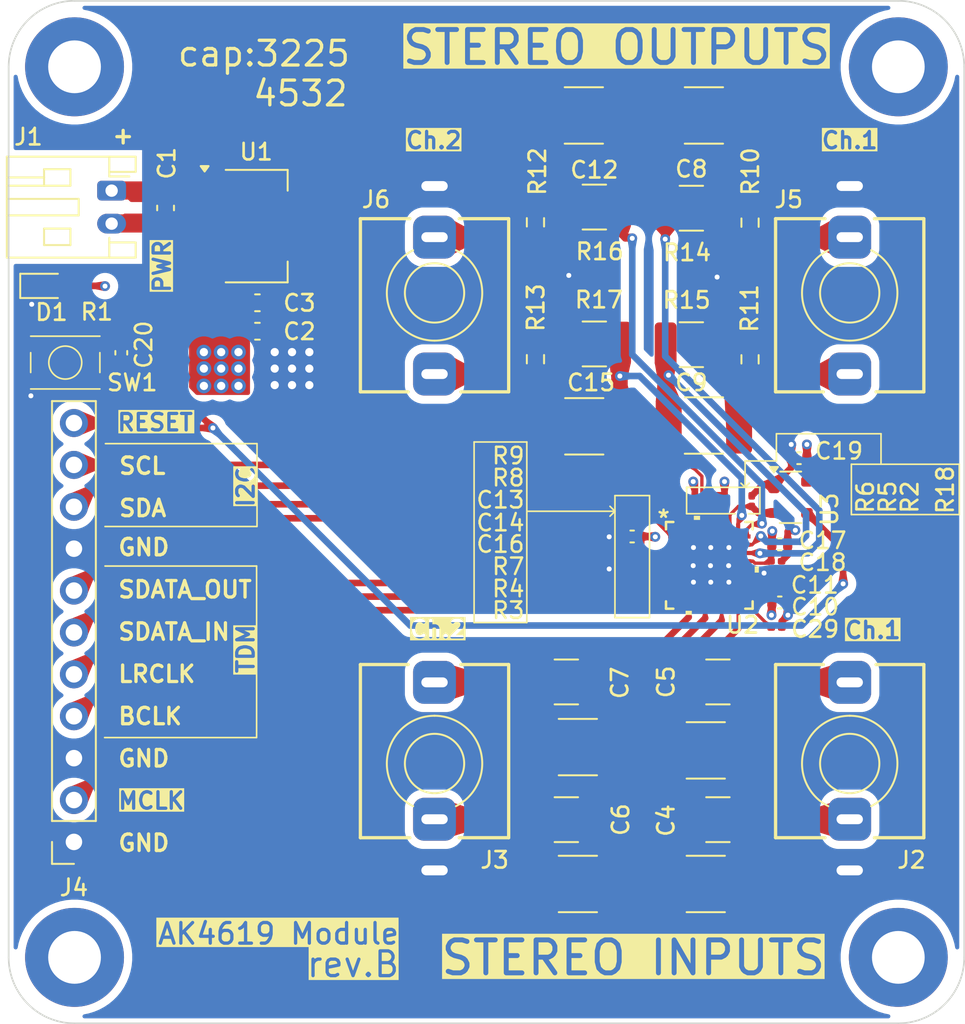
<source format=kicad_pcb>
(kicad_pcb (version 20241229) (generator "pcbnew") (generator_version "9.0")
  (layers (0 "F.Cu" signal) (4 "In1.Cu" signal) (6 "In2.Cu" signal) (2 "B.Cu" signal) (13 "F.Paste" user) (15 "B.Paste" user) (5 "F.SilkS" user "F.Silkscreen") (7 "B.SilkS" user "B.Silkscreen") (1 "F.Mask" user) (3 "B.Mask" user) (25 "Edge.Cuts" user))
  (net 0 "")
  (net 1 "/AIN3L")
  (net 2 "/AIN3S")
  (net 3 "/AIN3T")
  (net 4 "+3V3")
  (net 5 "GND")
  (net 6 "/AIN3R")
  (net 7 "/AIN6L")
  (net 8 "+5V")
  (net 9 "/I2C2_SCL")
  (net 10 "/I2C2_SDA")
  (net 11 "/LRCLK_OUT1")
  (net 12 "/MCLK")
  (net 13 "/SDATA_OUT1")
  (net 14 "/SDATA_IN1")
  (net 15 "/BCLK_OUT1")
  (net 16 "Net-(J6-PadT)")
  (net 17 "Net-(J6-PadS)")
  (net 18 "/PDN")
  (net 19 "Net-(D1-A)")
  (net 20 "/AIN6S")
  (net 21 "/AIN6R")
  (net 22 "/AIN6T")
  (net 23 "/AOUT1S")
  (net 24 "/AOUT1L")
  (net 25 "/AOUT1R")
  (net 26 "/AOUT1T")
  (net 27 "/AOUT2L")
  (net 28 "/AOUT2S")
  (net 29 "/AOUT2R")
  (net 30 "/AOUT2T")
  (net 31 "Net-(U2-AVDRV)")
  (net 32 "Net-(J5-PadT)")
  (net 33 "Net-(J5-PadS)")
  (net 34 "Net-(U2-CAD{slash}CSN)")
  (net 35 "Net-(U2-MCLK)")
  (net 36 "Net-(U2-BICK)")
  (net 37 "Net-(U2-LRCK)")
  (net 38 "Net-(U2-SDIN1)")
  (net 39 "Net-(U2-SDOUT1)")
  (net 47 "/RESET")
  (net 48 "Net-(U2-VCOM)")
  (footprint "Resistor_SMD:R_0201_0603Metric" (layer "F.Cu") (at 162.805 98.3)
    (property "Reference" "R7")
    (property "Value" "33R" (hide yes))
  )
  (footprint "Capacitor_SMD:C_0201_0603Metric" (layer "F.Cu") (at 162.805 97.48 180)
    (property "Reference" "C16")
    (property "Value" "2.2uF" (hide yes))
  )
  (footprint "Capacitor_SMD:C_0402_1005Metric" (layer "F.Cu") (at 162.595 95.48 180)
    (property "Reference" "C13")
    (property "Value" "10uF" (hide yes))
  )
  (footprint "Resistor_SMD:R_0201_0603Metric_Pad0.64x0.40mm_HandSolder" (layer "F.Cu") (at 158.75 81.0725 -90)
    (property "Reference" "R17")
    (property "Value" "10k" (hide yes))
  )
  (footprint "Capacitor_SMD:C_0402_1005Metric" (layer "F.Cu") (at 131.5875 84.34 -90)
    (property "Reference" "C20")
    (property "Value" "100nF" (hide yes))
  )
  (footprint "Capacitor_SMD:C_0402_1005Metric" (layer "F.Cu") (at 172.7232 90.73 180)
    (property "Reference" "C19")
    (property "Value" "100nF" (hide yes))
  )
  (footprint "Capacitor_SMD:C_1210_3225Metric_Pad1.33x2.70mm_HandSolder" (layer "F.Cu") (at 160.3 83.805 180)
    (property "Reference" "C15")
    (property "Value" "1uF" (hide yes))
  )
  (footprint "Capacitor_SMD:C_1812_4532Metric_Pad1.57x3.40mm_HandSolder" (layer "F.Cu") (at 159.3 108.25 180)
    (property "Reference" "C24" (hide yes))
    (property "Value" "open" (hide yes))
  )
  (footprint "Capacitor_SMD:C_1210_3225Metric_Pad1.33x2.70mm_HandSolder" (layer "F.Cu") (at 158.6 104.3 180)
    (property "Reference" "C7")
    (property "Value" "1uF" (hide yes))
  )
  (footprint "Capacitor_SMD:C_1210_3225Metric_Pad1.33x2.70mm_HandSolder" (layer "F.Cu") (at 167.8 112.65)
    (property "Reference" "C4")
    (property "Value" "1uF" (hide yes))
  )
  (footprint "Capacitor_SMD:C_0201_0603Metric" (layer "F.Cu") (at 171.345 96.98)
    (property "Reference" "C18")
    (property "Value" "100nF" (hide yes))
  )
  (footprint "Resistor_SMD:R_0201_0603Metric" (layer "F.Cu") (at 129.55 80.285 180)
    (property "Reference" "R1")
    (property "Value" "1k" (hide yes))
  )
  (footprint "Capacitor_SMD:C_0402_1005Metric" (layer "F.Cu") (at 171.555 95.955)
    (property "Reference" "C17")
    (property "Value" "10uF" (hide yes))
  )
  (footprint "Resistor_SMD:R_0603_1608Metric_Pad0.98x0.95mm_HandSolder" (layer "F.Cu") (at 169.75 84.7375 -90)
    (property "Reference" "R11")
    (property "Value" "220R" (hide yes))
  )
  (footprint "Resistor_SMD:R_0201_0603Metric" (layer "F.Cu") (at 162.805 99.125)
    (property "Reference" "R4")
    (property "Value" "33R" (hide yes))
  )
  (footprint "Resistor_SMD:R_0201_0603Metric_Pad0.64x0.40mm_HandSolder" (layer "F.Cu") (at 158.75 78.23 90)
    (property "Reference" "R16")
    (property "Value" "10k" (hide yes))
  )
  (footprint "Capacitor_SMD:C_1210_3225Metric_Pad1.33x2.70mm_HandSolder" (layer "F.Cu") (at 158.6 112.65 180)
    (property "Reference" "C6")
    (property "Value" "1uF" (hide yes))
  )
  (footprint "Capacitor_SMD:C_0402_1005Metric" (layer "F.Cu") (at 171.555 99.48)
    (property "Reference" "C10")
    (property "Value" "10uF" (hide yes))
  )
  (footprint "Resistor_SMD:R_0603_1608Metric_Pad0.98x0.95mm_HandSolder" (layer "F.Cu") (at 156.725 84.73 -90)
    (property "Reference" "R13")
    (property "Value" "220R" (hide yes))
  )
  (footprint "Resistor_SMD:R_0201_0603Metric" (layer "F.Cu") (at 168.2 93.3 90)
    (property "Reference" "R2")
    (property "Value" "10k" (hide yes))
  )
  (footprint "Resistor_SMD:R_0603_1608Metric_Pad0.98x0.95mm_HandSolder" (layer "F.Cu") (at 169.75 76.45 -90)
    (property "Reference" "R10")
    (property "Value" "220R" (hide yes))
  )
  (footprint "Capacitor_SMD:C_0201_0603Metric" (layer "F.Cu") (at 162.805 96.455 180)
    (property "Reference" "C14")
    (property "Value" "100nF" (hide yes))
  )
  (footprint "Capacitor_SMD:C_1812_4532Metric_Pad1.57x3.40mm_HandSolder" (layer "F.Cu") (at 167.0625 108.45)
    (property "Reference" "C22" (hide yes))
    (property "Value" "open" (hide yes))
  )
  (footprint "Capacitor_SMD:C_1210_3225Metric_Pad1.33x2.70mm_HandSolder" (layer "F.Cu") (at 166.1875 75.575)
    (property "Reference" "C8")
    (property "Value" "1uF" (hide yes))
  )
  (footprint "Package_TO_SOT_SMD:SOT-143" (layer "F.Cu") (at 172.2032 93.105)
    (property "Reference" "U3")
    (property "Value" "ADM811TARTZ" (hide yes))
  )
  (footprint "Connector_JST:JST_PH_S2B-PH-K_1x02_P2.00mm_Horizontal" (layer "F.Cu") (at 131 74.51 -90)
    (property "Reference" "J1")
    (property "Value" "Conn_01x02" (hide yes))
  )
  (footprint "Capacitor_SMD:C_1812_4532Metric_Pad1.57x3.40mm_HandSolder" (layer "F.Cu") (at 166.95 69.95)
    (property "Reference" "C25" (hide yes))
    (property "Value" "open" (hide yes))
  )
  (footprint "Capacitor_SMD:C_1812_4532Metric_Pad1.57x3.40mm_HandSolder" (layer "F.Cu") (at 167.0625 116.55)
    (property "Reference" "C21" (hide yes))
    (property "Value" "open" (hide yes))
  )
  (footprint "My_Parts:Jack_3.5mm_QingPu_WQP-PJ366ST_Vertical" (layer "F.Cu") (at 175.8 109.245)
    (property "Reference" "J2")
    (property "Value" "AudioJack2_Ground" (hide yes))
  )
  (footprint "Resistor_SMD:R_0201_0603Metric" (layer "F.Cu") (at 162.805 93.525)
    (property "Reference" "R9")
    (property "Value" "33R" (hide yes))
  )
  (footprint "Package_TO_SOT_SMD:SOT-223-3_TabPin2" (layer "F.Cu") (at 139.775 76.66)
    (property "Reference" "U1")
    (property "Value" "AP7361EA-33E-13" (hide yes))
  )
  (footprint "Capacitor_SMD:C_1812_4532Metric_Pad1.57x3.40mm_HandSolder" (layer "F.Cu") (at 166.95 88.75)
    (property "Reference" "C26" (hide yes))
    (property "Value" "open" (hide yes))
  )
  (footprint "Capacitor_SMD:C_1812_4532Metric_Pad1.57x3.40mm_HandSolder" (layer "F.Cu") (at 159.6625 69.95 180)
    (property "Reference" "C27" (hide yes))
    (property "Value" "open" (hide yes))
  )
  (footprint "Resistor_SMD:R_0201_0603Metric" (layer "F.Cu") (at 169.8532 93.335 -90)
    (property "Reference" "R18")
    (property "Value" "100k" (hide yes))
  )
  (footprint "My_Parts:Jack_3.5mm_QingPu_WQP-PJ366ST_Vertical" (layer "F.Cu") (at 150.6 109.245)
    (property "Reference" "J3")
    (property "Value" "AudioJack2_Ground" (hide yes))
  )
  (footprint "My_Parts:AK4619VN_AKM" (layer "F.Cu") (at 167.2782 97.23)
    (property "Reference" "U2")
    (property "Value" "AK4619VN" (hide yes))
  )
  (footprint "Capacitor_SMD:C_1812_4532Metric_Pad1.57x3.40mm_HandSolder" (layer "F.Cu") (at 159.3 116.55 180)
    (property "Reference" "C23" (hide yes))
    (property "Value" "open" (hide yes))
  )
  (footprint "Capacitor_SMD:C_1210_3225Metric_Pad1.33x2.70mm_HandSolder" (layer "F.Cu") (at 160.3 75.505 180)
    (property "Reference" "C12")
    (property "Value" "1uF" (hide yes))
  )
  (footprint "Resistor_SMD:R_0603_1608Metric_Pad0.98x0.95mm_HandSolder" (layer "F.Cu") (at 156.725 76.43 -90)
    (property "Reference" "R12")
    (property "Value" "220R" (hide yes))
  )
  (footprint "Resistor_SMD:R_0201_0603Metric" (layer "F.Cu") (at 166.4 93.3 90)
    (property "Reference" "R6")
    (property "Value" "10k" (hide yes))
  )
  (footprint "Capacitor_SMD:C_0603_1608Metric" (layer "F.Cu") (at 139.85 81.31)
    (property "Reference" "C3")
    (property "Value" "4.7uF" (hide yes))
  )
  (footprint "Resistor_SMD:R_0201_0603Metric" (layer "F.Cu") (at 162.805 94.375)
    (property "Reference" "R8")
    (property "Value" "33R" (hide yes))
  )
  (footprint "Resistor_SMD:R_0201_0603Metric" (layer "F.Cu") (at 167.3 93.3 90)
    (property "Reference" "R5")
    (property "Value" "10k" (hide yes))
  )
  (footprint "My_Parts:SKRPABE010" (layer "F.Cu") (at 128.1875 84.935)
    (property "Reference" "SW1")
    (property "Value" "SKRPABE010" (hide yes))
  )
  (footprint "Resistor_SMD:R_0201_0603Metric_Pad0.64x0.40mm_HandSolder" (layer "F.Cu") (at 167.75 81.15 -90)
    (property "Reference" "R15")
    (property "Value" "10k" (hide yes))
  )
  (footprint "Connector_PinSocket_2.54mm:PinSocket_1x11_P2.54mm_Vertical" (layer "F.Cu") (at 128.7125 114 180)
    (property "Reference" "J4")
    (property "Value" "Conn_01x11" (hide yes))
  )
  (footprint "Resistor_SMD:R_0201_0603Metric_Pad0.64x0.40mm_HandSolder" (layer "F.Cu") (at 167.75 78.275 90)
    (property "Reference" "R14")
    (property "Value" "10k" (hide yes))
  )
  (footprint "Capacitor_SMD:C_0201_0603Metric" (layer "F.Cu") (at 171.345 98.48)
    (property "Reference" "C11")
    (property "Value" "100nF" (hide yes))
  )
  (footprint "LED_SMD:LED_0603_1608Metric" (layer "F.Cu") (at 126.9375 80.285)
    (property "Reference" "D1")
    (property "Value" "LED" (hide yes))
  )
  (footprint "Capacitor_SMD:C_0603_1608Metric" (layer "F.Cu") (at 139.85 83.035)
    (property "Reference" "C2")
    (property "Value" "4.7uF" (hide yes))
  )
  (footprint "Capacitor_SMD:C_0201_0603Metric" (layer "F.Cu") (at 171.355 101)
    (property "Reference" "C29")
    (property "Value" "2.2uF" (hide yes))
  )
  (footprint "Resistor_SMD:R_0201_0603Metric" (layer "F.Cu") (at 162.805 99.95)
    (property "Reference" "R3")
    (property "Value" "33R" (hide yes))
  )
  (footprint "Capacitor_SMD:C_0603_1608Metric" (layer "F.Cu") (at 134.275 75.56 -90)
    (property "Reference" "C1")
    (property "Value" "4.7uF" (hide yes))
  )
  (footprint "My_Parts:Jack_3.5mm_QingPu_WQP-PJ366ST_Vertical" (layer "F.Cu") (at 175.8 80.71 180)
    (property "Reference" "J5")
    (property "Value" "AudioJack2_Ground" (hide yes))
  )
  (footprint "Capacitor_SMD:C_1812_4532Metric_Pad1.57x3.40mm_HandSolder" (layer "F.Cu") (at 159.6875 88.8 180)
    (property "Reference" "C28" (hide yes))
    (property "Value" "open" (hide yes))
  )
  (footprint "Capacitor_SMD:C_1210_3225Metric_Pad1.33x2.70mm_HandSolder" (layer "F.Cu") (at 166.1875 83.85)
    (property "Reference" "C9")
    (property "Value" "1uF" (hide yes))
  )
  (footprint "Capacitor_SMD:C_1210_3225Metric_Pad1.33x2.70mm_HandSolder" (layer "F.Cu") (at 167.8 104.3)
    (property "Reference" "C5")
    (property "Value" "1uF" (hide yes))
  )
  (footprint "My_Parts:Jack_3.5mm_QingPu_WQP-PJ366ST_Vertical" (layer "F.Cu") (at 150.6 80.71 180)
    (property "Reference" "J6")
    (property "Value" "AudioJack2_Ground" (hide yes))
  )
  (gr_line (start 169.45 92.5) (end 169.2 92.25) (stroke (width 0.1)) (layer "F.SilkS"))
  (gr_line (start 175.9 94.15) (end 175.9 91.1) (stroke (width 0.1)) (layer "F.SilkS"))
  (gr_line (start 139.8 97.272222) (end 139.8 107.672222) (stroke (width 0.1)) (layer "F.SilkS"))
  (gr_line (start 165.9 94.1) (end 165.9 92.5) (stroke (width 0.1)) (layer "F.SilkS"))
  (gr_line (start 161.55 93) (end 163.65 93) (stroke (width 0.1)) (layer "F.SilkS"))
  (gr_line (start 170.35 92.5) (end 165.9 92.5) (stroke (width 0.1)) (layer "F.SilkS"))
  (gr_line (start 171.35 90.9) (end 171.35 89.25) (stroke (width 0.1)) (layer "F.SilkS"))
  (gr_line (start 161.95 100.4) (end 161.65 100.4) (stroke (width 0.1)) (layer "F.SilkS"))
  (gr_line (start 169.45 92.5) (end 169.7 92.25) (stroke (width 0.1)) (layer "F.SilkS"))
  (gr_line (start 170.35 94.1) (end 169.65 94.1) (stroke (width 0.1)) (layer "F.SilkS"))
  (gr_line (start 161.55 100.4) (end 161.55 93) (stroke (width 0.1)) (layer "F.SilkS"))
  (gr_line (start 161.65 100.4) (end 161.55 100.4) (stroke (width 0.1)) (layer "F.SilkS"))
  (gr_line (start 175.9 94.15) (end 182.45 94.15) (stroke (width 0.1)) (layer "F.SilkS"))
  (gr_line (start 139.775 107.672222) (end 130.575 107.672222) (stroke (width 0.1)) (layer "F.SilkS"))
  (gr_line (start 139.825 89.85) (end 139.825 94.875) (stroke (width 0.1)) (layer "F.SilkS"))
  (gr_line (start 156.20119 89.75) (end 153.00119 89.75) (stroke (width 0.1)) (layer "F.SilkS"))
  (gr_line (start 161.55 93.95) (end 161.25 94.25) (stroke (width 0.1)) (layer "F.SilkS"))
  (gr_line (start 163.65 93) (end 163.65 100.4) (stroke (width 0.1)) (layer "F.SilkS"))
  (gr_line (start 170.35 94.1) (end 170.35 92.5) (stroke (width 0.1)) (layer "F.SilkS"))
  (gr_line (start 130.625 89.85) (end 139.825 89.85) (stroke (width 0.1)) (layer "F.SilkS"))
  (gr_line (start 182.45 91.1) (end 175.9 91.1) (stroke (width 0.1)) (layer "F.SilkS"))
  (gr_line (start 139.8 94.875) (end 130.6 94.875) (stroke (width 0.1)) (layer "F.SilkS"))
  (gr_line (start 182.45 94.15) (end 182.45 91.1) (stroke (width 0.1)) (layer "F.SilkS"))
  (gr_line (start 163.65 100.4) (end 161.95 100.4) (stroke (width 0.1)) (layer "F.SilkS"))
  (gr_line (start 130.6 97.272222) (end 139.8 97.272222) (stroke (width 0.1)) (layer "F.SilkS"))
  (gr_line (start 169.45 92.5) (end 169.45 90.9) (stroke (width 0.1)) (layer "F.SilkS"))
  (gr_line (start 169.45 90.9) (end 171.35 90.9) (stroke (width 0.1)) (layer "F.SilkS"))
  (gr_line (start 161.55 93.95) (end 161.25 93.65) (stroke (width 0.1)) (layer "F.SilkS"))
  (gr_line (start 171.35 89.25) (end 177.7 89.25) (stroke (width 0.1)) (layer "F.SilkS"))
  (gr_line (start 165.9 94.1) (end 168.85 94.1) (stroke (width 0.1)) (layer "F.SilkS"))
  (gr_line (start 153.00119 89.75) (end 153.00119 100.7) (stroke (width 0.1)) (layer "F.SilkS"))
  (gr_line (start 156.20119 100.7) (end 156.20119 89.75) (stroke (width 0.1)) (layer "F.SilkS"))
  (gr_line (start 156.20119 100.7) (end 153.00119 100.7) (stroke (width 0.1)) (layer "F.SilkS"))
  (gr_line (start 161.55 93.95) (end 156.25 93.95) (stroke (width 0.1)) (layer "F.SilkS"))
  (gr_line (start 177.7 89.25) (end 177.7 91.1) (stroke (width 0.1)) (layer "F.SilkS"))
  (gr_arc (start 178.75 63) (mid 181.578427 64.171573) (end 182.75 67) (stroke (width 0.1)) (layer "Edge.Cuts"))
  (gr_arc (start 128.75 125) (mid 125.921573 123.828427) (end 124.75 121) (stroke (width 0.1)) (layer "Edge.Cuts"))
  (gr_line (start 182.75 67) (end 182.75 121) (stroke (width 0.1)) (layer "Edge.Cuts"))
  (gr_arc (start 124.75 67) (mid 125.921573 64.171573) (end 128.75 63) (stroke (width 0.1)) (layer "Edge.Cuts"))
  (gr_arc (start 182.75 121) (mid 181.578427 123.828427) (end 178.75 125) (stroke (width 0.1)) (layer "Edge.Cuts"))
  (gr_line (start 128.75 63) (end 178.75 63) (stroke (width 0.1)) (layer "Edge.Cuts"))
  (gr_line (start 178.75 125) (end 128.75 125) (stroke (width 0.1)) (layer "Edge.Cuts"))
  (gr_line (start 124.75 121) (end 124.75 67) (stroke (width 0.1)) (layer "Edge.Cuts"))
  (gr_text "BCLK" (at 131.3 106.966666 0) (layer "F.SilkS") (effects (font (size 1 1) (thickness 0.2) (bold yes)) (justify left bottom)))
  (gr_text "AK4619 Module" (at 133.701588 120.3 0) (layer "F.SilkS" knockout) (effects (font (size 1.25 1.25) (thickness 0.2) (bold yes)) (justify left bottom)))
  (gr_text "I2C\n" (at 139.725 93.8 90) (layer "F.SilkS" knockout) (effects (font (size 1 1) (thickness 0.2) (bold yes)) (justify left bottom)))
  (gr_text "GND\n" (at 131.3 114.65 0) (layer "F.SilkS") (effects (font (size 1 1) (thickness 0.2) (bold yes)) (justify left bottom)))
  (gr_text "Ch.1" (at 174 72.05 0) (layer "F.SilkS" knockout) (effects (font (size 1 1) (thickness 0.2) (bold yes)) (justify left bottom)))
  (gr_text "STEREO INPUTS" (at 150.85 122.2 0) (layer "F.SilkS" knockout) (effects (font (size 2 2) (thickness 0.3)) (justify left bottom)))
  (gr_text "MCLK" (at 131.3 112.088889 0) (layer "F.SilkS" knockout) (effects (font (size 1 1) (thickness 0.2) (bold yes)) (justify left bottom)))
  (gr_text "STEREO OUTPUTS" (at 148.5 67 0) (layer "F.SilkS" knockout) (effects (font (size 2 2) (thickness 0.3)) (justify left bottom)))
  (gr_text "SDA" (at 131.35 94.35 0) (layer "F.SilkS") (effects (font (size 1 1) (thickness 0.2) (bold yes)) (justify left bottom)))
  (gr_text "cap:3225\n    4532" (at 134.9 69.5 0) (layer "F.SilkS") (effects (font (size 1.5 1.5) (thickness 0.2)) (justify left bottom)))
  (gr_text "Ch.1" (at 175.4 101.75 0) (layer "F.SilkS" knockout) (effects (font (size 1 1) (thickness 0.2) (bold yes)) (justify left bottom)))
  (gr_text "GND\n" (at 131.3 109.527778 0) (layer "F.SilkS") (effects (font (size 1 1) (thickness 0.2) (bold yes)) (justify left bottom)))
  (gr_text "GND\n" (at 131.3 96.722222 0) (layer "F.SilkS") (effects (font (size 1 1) (thickness 0.2) (bold yes)) (justify left bottom)))
  (gr_text "+" (at 130.95 71.75 0) (layer "F.SilkS") (effects (font (size 1 1) (thickness 0.2) (bold yes)) (justify left bottom)))
  (gr_text "Ch.2" (at 148.75 72.05 0) (layer "F.SilkS" knockout) (effects (font (size 1 1) (thickness 0.2) (bold yes)) (justify left bottom)))
  (gr_text "SCL\n" (at 131.35 91.788889 0) (layer "F.SilkS") (effects (font (size 1 1) (thickness 0.2) (bold yes)) (justify left bottom)))
  (gr_text "TDM" (at 139.725 103.872222 90) (layer "F.SilkS" knockout) (effects (font (size 1 1) (thickness 0.2) (bold yes)) (justify left bottom)))
  (gr_text "RESET" (at 131.25 89.15 0) (layer "F.SilkS" knockout) (effects (font (size 1 1) (thickness 0.2) (bold yes)) (justify left bottom)))
  (gr_text "rev.B" (at 142.735714 122.3 0) (layer "F.SilkS" knockout) (effects (font (size 1.5 1.5) (thickness 0.2) (bold yes)) (justify left bottom)))
  (gr_text "SDATA_OUT" (at 131.3 99.283333 0) (layer "F.SilkS") (effects (font (size 1 1) (thickness 0.2) (bold yes)) (justify left bottom)))
  (gr_text "LRCLK" (at 131.3 104.405555 0) (layer "F.SilkS") (effects (font (size 1 1) (thickness 0.2) (bold yes)) (justify left bottom)))
  (gr_text "SDATA_IN" (at 131.3 101.844444 0) (layer "F.SilkS") (effects (font (size 1 1) (thickness 0.2) (bold yes)) (justify left bottom)))
  (gr_text "Ch.2" (at 149 101.7 0) (layer "F.SilkS" knockout) (effects (font (size 1 1) (thickness 0.2) (bold yes)) (justify left bottom)))
  (gr_text "PWR\n" (at 134.65 80.8 90) (layer "F.SilkS" knockout) (effects (font (size 1 1) (thickness 0.2) (bold yes)) (justify left bottom)))
  (via (at 178.75 67) (size 6) (drill 3.2) (layers "F.Cu" "B.Cu") (net 0))
  (via (at 128.75 121) (size 6) (drill 3.2) (layers "F.Cu" "B.Cu") (net 0))
  (via (at 128.75 67) (size 6) (drill 3.2) (layers "F.Cu" "B.Cu") (net 0))
  (via (at 178.75 121) (size 6) (drill 3.2) (layers "F.Cu" "B.Cu") (net 0))
  (segment (start 169.028199 101.071801) (end 167.9 102.2) (width 0.4) (layer "F.Cu") (net 1))
  (segment (start 166.2375 115.2375) (end 164.925 116.55) (width 1) (layer "F.Cu") (net 1))
  (segment (start 167.9 108.95) (end 166.2375 110.6125) (width 0.4) (layer "F.Cu") (net 1))
  (segment (start 166.2375 112.65) (end 166.2375 115.2375) (width 1) (layer "F.Cu") (net 1))
  (segment (start 169.028199 99.5268) (end 169.028199 101.071801) (width 0.2) (layer "F.Cu") (net 1))
  (segment (start 167.9 102.2) (end 167.9 108.95) (width 0.4) (layer "F.Cu") (net 1))
  (segment (start 166.2375 110.6125) (end 166.2375 112.65) (width 0.4) (layer "F.Cu") (net 1))
  (segment (start 169.3625 112.65) (end 175.775 112.65) (width 1.27) (layer "F.Cu") (net 2))
  (segment (start 175.775 112.65) (end 175.8 112.625) (width 1.27) (layer "F.Cu") (net 2))
  (segment (start 169.2 116.55) (end 169.2 112.8125) (width 1) (layer "F.Cu") (net 2))
  (segment (start 169.2 112.8125) (end 169.3625 112.65) (width 1) (layer "F.Cu") (net 2))
  (segment (start 169.2 108.45) (end 169.2 104.4625) (width 1) (layer "F.Cu") (net 3))
  (segment (start 169.3625 104.3) (end 175.775 104.3) (width 1.27) (layer "F.Cu") (net 3))
  (segment (start 175.775 104.3) (end 175.8 104.325) (width 1.27) (layer "F.Cu") (net 3))
  (segment (start 169.2 104.4625) (end 169.3625 104.3) (width 1) (layer "F.Cu") (net 3))
  (segment (start 166.4 92.98) (end 166.4 92.25) (width 0.4) (layer "F.Cu") (net 4))
  (segment (start 171.075 100.225) (end 171.05 100.25) (width 0.4) (layer "F.Cu") (net 4))
  (segment (start 163.149999 96.479999) (end 163.125 96.455) (width 0.2) (layer "F.Cu") (net 4))
  (segment (start 173.2032 90.73) (end 173.2032 89.9032) (width 0.4) (layer "F.Cu") (net 4))
  (segment (start 163.075 95.48) (end 163.98 95.48) (width 0.4) (layer "F.Cu") (net 4))
  (segment (start 170.05 97.1) (end 170.905 97.1) (width 0.2) (layer "F.Cu") (net 4))
  (segment (start 173.2032 92.155) (end 173.2032 90.73) (width 0.4) (layer "F.Cu") (net 4))
  (segment (start 171.025 98.48) (end 171.025 99.43) (width 0.4) (layer "F.Cu") (net 4))
  (segment (start 169.575 98.48) (end 171.025 98.48) (width 0.2) (layer "F.Cu") (net 4))
  (segment (start 163.125 95.53) (end 163.075 95.48) (width 0.4) (layer "F.Cu") (net 4))
  (segment (start 129.87 80.285) (end 130.585 80.285) (width 0.4) (layer "F.Cu") (net 4))
  (segment (start 163.98 95.48) (end 164 95.5) (width 0.4) (layer "F.Cu") (net 4))
  (segment (start 130.585 80.285) (end 130.6 80.3) (width 0.2) (layer "F.Cu") (net 4))
  (segment (start 164.9814 96.479999) (end 163.149999 96.479999) (width 0.2) (layer "F.Cu") (net 4))
  (segment (start 171.025 96.005) (end 171.075 95.955) (width 0.4) (layer "F.Cu") (net 4))
  (segment (start 169.575 96.98) (end 169.93 96.98) (width 0.2) (layer "F.Cu") (net 4))
  (segment (start 169.93 96.98) (end 170.05 97.1) (width 0.2) (layer "F.Cu") (net 4))
  (segment (start 171.075 95.955) (end 171.075 95.175) (width 0.4) (layer "F.Cu") (net 4))
  (segment (start 171.075 95.175) (end 171.1 95.15) (width 0.4) (layer "F.Cu") (net 4))
  (segment (start 168.2 92.98) (end 168.2 92.15) (width 0.4) (layer "F.Cu") (net 4))
  (segment (start 171.075 99.48) (end 171.075 100.225) (width 0.4) (layer "F.Cu") (net 4))
  (segment (start 163.125 96.455) (end 163.125 95.53) (width 0.4) (layer "F.Cu") (net 4))
  (segment (start 171.025 99.43) (end 171.075 99.48) (width 0.4) (layer "F.Cu") (net 4))
  (segment (start 170.905 97.1) (end 171.025 96.98) (width 0.2) (layer "F.Cu") (net 4))
  (segment (start 167.3 92.98) (end 168.2 92.98) (width 0.4) (layer "F.Cu") (net 4))
  (segment (start 166.4 92.25) (end 166.3 92.15) (width 0.4) (layer "F.Cu") (net 4))
  (segment (start 173.2032 89.9032) (end 173.2 89.9) (width 0.4) (layer "F.Cu") (net 4))
  (segment (start 171.025 96.98) (end 171.025 96.005) (width 0.4) (layer "F.Cu") (net 4))
  (via (at 173.2 89.9) (size 0.6) (drill 0.3) (layers "F.Cu" "B.Cu") (net 4))
  (via (at 137.65 84.3) (size 0.9) (drill 0.5) (layers "F.Cu" "B.Cu") (net 4))
  (via (at 136.6 86.35) (size 0.9) (drill 0.5) (layers "F.Cu" "B.Cu") (net 4))
  (via (at 166.3 92.15) (size 0.6) (drill 0.3) (layers "F.Cu" "B.Cu") (net 4))
  (via (at 136.6 84.3) (size 0.9) (drill 0.5) (layers "F.Cu" "B.Cu") (net 4))
  (via (at 137.65 85.3) (size 0.9) (drill 0.5) (layers "F.Cu" "B.Cu") (net 4))
  (via (at 164 95.5) (size 0.6) (drill 0.3) (layers "F.Cu" "B.Cu") (net 4))
  (via (at 130.6 80.3) (size 0.6) (drill 0.3) (layers "F.Cu" "B.Cu") (net 4))
  (via (at 138.7 84.3) (size 0.9) (drill 0.5) (layers "F.Cu" "B.Cu") (net 4))
  (via (at 168.2 92.15) (size 0.6) (drill 0.3) (layers "F.Cu" "B.Cu") (net 4))
  (via (at 137.65 86.35) (size 0.9) (drill 0.5) (layers "F.Cu" "B.Cu") (net 4))
  (via (at 138.7 85.3) (size 0.9) (drill 0.5) (layers "F.Cu" "B.Cu") (net 4))
  (via (at 136.6 85.3) (size 0.9) (drill 0.5) (layers "F.Cu" "B.Cu") (net 4))
  (via (at 171.1 95.15) (size 0.6) (drill 0.3) (layers "F.Cu" "B.Cu") (net 4))
  (via (at 138.7 86.35) (size 0.9) (drill 0.5) (layers "F.Cu" "B.Cu") (net 4))
  (via (at 171.05 100.25) (size 0.6) (drill 0.3) (layers "F.Cu" "B.Cu") (net 4))
  (segment (start 131.19 86.01) (end 130.2625 86.01) (width 0.4) (layer "F.Cu") (net 5))
  (segment (start 162.115 96.115) (end 162.115 95.48) (width 0.4) (layer "F.Cu") (net 5))
  (segment (start 170.38 97.48) (end 170.6 97.7) (width 0.2) (layer "F.Cu") (net 5))
  (segment (start 131.5875 85.6125) (end 131.19 86.01) (width 0.4) (layer "F.Cu") (net 5))
  (segment (start 172.2432 91.315) (end 171.2032 92.355) (width 0.4) (layer "F.Cu") (net 5))
  (segment (start 172.5 95.1) (end 172.12 95.1) (width 0.4) (layer "F.Cu") (net 5))
  (segment (start 169.575 97.48) (end 170.38 97.48) (width 0.2) (layer "F.Cu") (net 5))
  (segment (start 170.319999 97.980001) (end 170.6 97.7) (width 0.2) (layer "F.Cu") (net 5))
  (segment (start 170.5132 92.355) (end 169.8532 93.015) (width 0.4) (layer "F.Cu") (net 5))
  (segment (start 126.1125 86.01) (end 126.1125 86.9375) (width 0.4) (layer "F.Cu") (net 5))
  (segment (start 158.75 80.665) (end 158.75 79.65) (width 0.4) (layer "F.Cu") (net 5))
  (segment (start 172.035 95.185) (end 172.035 95.955) (width 0.4) (layer "F.Cu") (net 5))
  (segment (start 162.87 96.98) (end 162.485 97.365) (width 0.2) (layer "F.Cu") (net 5))
  (segment (start 164.9814 96.98) (end 162.87 96.98) (width 0.2) (layer "F.Cu") (net 5))
  (segment (start 172.035 100.235) (end 172.05 100.25) (width 0.4) (layer "F.Cu") (net 5))
  (segment (start 172.035 99.48) (end 172.035 100.235) (width 0.4) (layer "F.Cu") (net 5))
  (segment (start 172.12 95.1) (end 172.035 95.185) (width 0.4) (layer "F.Cu") (net 5))
  (segment (start 167.75 80.7425) (end 167.75 79.75) (width 0.4) (layer "F.Cu") (net 5))
  (segment (start 158.75 78.6375) (end 158.75 79.65) (width 0.4) (layer "F.Cu") (net 5))
  (segment (start 171.675 101) (end 171.675 100.625) (width 0.4) (layer "F.Cu") (net 5))
  (segment (start 171.675 100.625) (end 172.05 100.25) (width 0.4) (layer "F.Cu") (net 5))
  (segment (start 161.22 95.48) (end 161.2 95.5) (width 0.4) (layer "F.Cu") (net 5))
  (segment (start 126.1125 86.9375) (end 126.1 86.95) (width 0.4) (layer "F.Cu") (net 5))
  (segment (start 172.035 98.85) (end 171.665 98.48) (width 0.4) (layer "F.Cu") (net 5))
  (segment (start 171.2032 92.355) (end 170.5132 92.355) (width 0.4) (layer "F.Cu") (net 5))
  (segment (start 162.455 96.455) (end 162.115 96.115) (width 0.4) (layer "F.Cu") (net 5))
  (segment (start 167.75 78.6825) (end 167.75 79.75) (width 0.4) (layer "F.Cu") (net 5))
  (segment (start 162.485 97.365) (end 162.485 97.48) (width 0.2) (layer "F.Cu") (net 5))
  (segment (start 169.575 97.980001) (end 170.319999 97.980001) (width 0.2) (layer "F.Cu") (net 5))
  (segment (start 162.485 97.48) (end 161.23 97.48) (width 0.4) (layer "F.Cu") (net 5))
  (segment (start 172.035 95.955) (end 172.035 96.61) (width 0.4) (layer "F.Cu") (net 5))
  (segment (start 172.2432 90.73) (end 172.2432 89.9068) (width 0.4) (layer "F.Cu") (net 5))
  (segment (start 172.035 96.61) (end 171.665 96.98) (width 0.4) (layer "F.Cu") (net 5))
  (segment (start 131.5875 84.82) (end 131.5875 85.6125) (width 0.4) (layer "F.Cu") (net 5))
  (segment (start 126.1125 86.01) (end 130.2625 86.01) (width 0.4) (layer "F.Cu") (net 5))
  (segment (start 126.15 80.285) (end 126.15 81.4) (width 0.4) (layer "F.Cu") (net 5))
  (segment (start 172.035 99.48) (end 172.035 98.85) (width 0.4) (layer "F.Cu") (net 5))
  (segment (start 162.485 96.455) (end 162.455 96.455) (width 0.4) (layer "F.Cu") (net 5))
  (segment (start 172.2432 89.9068) (end 172.25 89.9) (width 0.4) (layer "F.Cu") (net 5))
  (segment (start 161.23 97.48) (end 161.2 97.45) (width 0.2) (layer "F.Cu") (net 5))
  (segment (start 172.2432 90.73) (end 172.2432 91.315) (width 0.4) (layer "F.Cu") (net 5))
  (segment (start 162.115 95.48) (end 161.22 95.48) (width 0.4) (layer "F.Cu") (net 5))
  (via (at 143 84.3) (size 0.9) (drill 0.5) (layers "F.Cu" "B.Cu") (net 5))
  (via (at 172.25 89.9) (size 0.6) (drill 0.3) (layers "F.Cu" "B.Cu") (net 5))
  (via (at 126.1 86.95) (size 0.6) (drill 0.3) (layers "F.Cu" "B.Cu") (net 5))
  (via (at 140.9 86.3) (size 0.9) (drill 0.5) (layers "F.Cu" "B.Cu") (net 5))
  (via (at 167.36615 96.15) (size 0.6) (drill 0.3) (layers "F.Cu" "B.Cu") (net 5))
  (via (at 172.5 95.1) (size 0.6) (drill 0.3) (layers "F.Cu" "B.Cu") (net 5))
  (via (at 161.2 95.5) (size 0.6) (drill 0.3) (layers "F.Cu" "B.Cu") (net 5))
  (via (at 141.95 86.3) (size 0.9) (drill 0.5) (layers "F.Cu" "B.Cu") (net 5))
  (via (at 141.95 84.3) (size 0.9) (drill 0.5) (layers "F.Cu" "B.Cu") (net 5))
  (via (at 143 86.3) (size 0.9) (drill 0.5) (layers "F.Cu" "B.Cu") (net 5))
  (via (at 140.9 85.3) (size 0.9) (drill 0.5) (layers "F.Cu" "B.Cu") (net 5))
  (via (at 143 85.3) (size 0.9) (drill 0.5) (layers "F.Cu" "B.Cu") (net 5))
  (via (at 172.05 100.25) (size 0.6) (drill 0.3) (layers "F.Cu" "B.Cu") (net 5))
  (via (at 141.95 85.3) (size 0.9) (drill 0.5) (layers "F.Cu" "B.Cu") (net 5))
  (via (at 158.75 79.65) (size 0.6) (drill 0.3) (layers "F.Cu" "B.Cu") (net 5))
  (via (at 167.75 79.75) (size 0.6) (drill 0.3) (layers "F.Cu" "B.Cu") (net 5))
  (via (at 166.31615 98.25) (size 0.6) (drill 0.3) (layers "F.Cu" "B.Cu") (net 5))
  (via (at 170.6 97.7) (size 0.6) (drill 0.3) (layers "F.Cu" "B.Cu") (net 5))
  (via (at 168.45 97.25) (size 0.6) (drill 0.3) (layers "F.Cu" "B.Cu") (net 5))
  (via (at 167.36615 98.25) (size 0.6) (drill 0.3) (layers "F.Cu" "B.Cu") (net 5))
  (via (at 161.2 97.45) (size 0.6) (drill 0.3) (layers "F.Cu" "B.Cu") (net 5))
  (via (at 168.46615 96.15) (size 0.6) (drill 0.3) (layers "F.Cu" "B.Cu") (net 5))
  (via (at 168.46615 98.25) (size 0.6) (drill 0.3) (layers "F.Cu" "B.Cu") (net 5))
  (via (at 167.35 97.25) (size 0.6) (drill 0.3) (layers "F.Cu" "B.Cu") (net 5))
  (via (at 140.9 84.3) (size 0.9) (drill 0.5) (layers "F.Cu" "B.Cu") (net 5))
  (via (at 126.15 81.4) (size 0.6) (drill 0.3) (layers "F.Cu" "B.Cu") (net 5))
  (via (at 166.31615 96.15) (size 0.6) (drill 0.3) (layers "F.Cu" "B.Cu") (net 5))
  (via (at 166.3 97.25) (size 0.6) (drill 0.3) (layers "F.Cu" "B.Cu") (net 5))
  (segment (start 168.028201 99.5268) (end 168.028201 100.571799) (width 0.2) (layer "F.Cu") (net 6))
  (segment (start 166.2375 107.1375) (end 164.925 108.45) (width 1) (layer "F.Cu") (net 6))
  (segment (start 166.2375 102.3625) (end 166.2375 104.3) (width 0.4) (layer "F.Cu") (net 6))
  (segment (start 166.2375 104.3) (end 166.2375 107.1375) (width 1) (layer "F.Cu") (net 6))
  (segment (start 168.028201 100.571799) (end 166.2375 102.3625) (width 0.4) (layer "F.Cu") (net 6))
  (segment (start 167.0282 100.429614) (end 162.95 104.507814) (width 0.4) (layer "F.Cu") (net 7))
  (segment (start 162.95 111.35) (end 161.65 112.65) (width 0.4) (layer "F.Cu") (net 7))
  (segment (start 160.1625 112.65) (end 160.1625 115.275) (width 1) (layer "F.Cu") (net 7))
  (segment (start 167.0282 99.5268) (end 167.0282 100.429614) (width 0.2) (layer "F.Cu") (net 7))
  (segment (start 162.95 104.507814) (end 162.95 111.35) (width 0.4) (layer "F.Cu") (net 7))
  (segment (start 161.65 112.65) (end 160.1625 112.65) (width 0.4) (layer "F.Cu") (net 7))
  (segment (start 160.1625 115.275) (end 161.4375 116.55) (width 1) (layer "F.Cu") (net 7))
  (segment (start 167.199366 93.62) (end 166.828 93.248634) (width 0.2) (layer "F.Cu") (net 9))
  (segment (start 166.828 91.828) (end 166.14 91.14) (width 0.2) (layer "F.Cu") (net 9))
  (segment (start 166.828 93.248634) (end 166.828 91.828) (width 0.2) (layer "F.Cu") (net 9))
  (segment (start 167.3 93.62) (end 167.199366 93.62) (width 0.2) (layer "F.Cu") (net 9))
  (segment (start 167.5282 94.9332) (end 167.5282 93.8482) (width 0.2) (layer "F.Cu") (net 9))
  (segment (start 166.14 91.14) (end 128.7125 91.14) (width 0.4) (layer "F.Cu") (net 9))
  (segment (start 167.5282 93.8482) (end 167.3 93.62) (width 0.2) (layer "F.Cu") (net 9))
  (segment (start 129.9925 92.4) (end 128.7125 93.68) (width 0.4) (layer "F.Cu") (net 10))
  (segment (start 164.65 92.4) (end 129.9925 92.4) (width 0.4) (layer "F.Cu") (net 10))
  (segment (start 166.528199 94.378199) (end 166.4 94.25) (width 0.2) (layer "F.Cu") (net 10))
  (segment (start 165.87 93.62) (end 164.65 92.4) (width 0.2) (layer "F.Cu") (net 10))
  (segment (start 166.4 94.25) (end 166.4 93.62) (width 0.2) (layer "F.Cu") (net 10))
  (segment (start 166.528199 94.9332) (end 166.528199 94.378199) (width 0.2) (layer "F.Cu") (net 10))
  (segment (start 166.4 93.62) (end 165.87 93.62) (width 0.2) (layer "F.Cu") (net 10))
  (segment (start 162.485 98.3) (end 134.2525 98.3) (width 0.4) (layer "F.Cu") (net 11))
  (segment (start 134.2525 98.3) (end 128.7125 103.84) (width 0.4) (layer "F.Cu") (net 11))
  (segment (start 140.2225 99.95) (end 128.7125 111.46) (width 0.4) (layer "F.Cu") (net 12))
  (segment (start 162.485 99.95) (end 140.2225 99.95) (width 0.4) (layer "F.Cu") (net 12))
  (segment (start 162.485 94.375) (end 135.6375 94.375) (width 0.4) (layer "F.Cu") (net 13))
  (segment (start 135.6375 94.375) (end 128.7125 101.3) (width 0.4) (layer "F.Cu") (net 13))
  (segment (start 133.9475 93.525) (end 128.7125 98.76) (width 0.4) (layer "F.Cu") (net 14))
  (segment (start 162.485 93.525) (end 133.9475 93.525) (width 0.4) (layer "F.Cu") (net 14))
  (segment (start 162.485 99.125) (end 135.9675 99.125) (width 0.4) (layer "F.Cu") (net 15))
  (segment (start 135.9675 99.125) (end 128.7125 106.38) (width 0.4) (layer "F.Cu") (net 15))
  (segment (start 156.725 85.6425) (end 150.6125 85.6425) (width 0.8) (layer "F.Cu") (net 16))
  (segment (start 150.6125 85.6425) (end 150.6 85.63) (width 0.8) (layer "F.Cu") (net 16))
  (segment (start 150.6125 77.3425) (end 150.6 77.33) (width 0.8) (layer "F.Cu") (net 17))
  (segment (start 156.725 77.3425) (end 150.6125 77.3425) (width 0.8) (layer "F.Cu") (net 17))
  (segment (start 168.5282 94.1718) (end 169.045 93.655) (width 0.2) (layer "F.Cu") (net 18))
  (segment (start 169.045 93.655) (end 169.8532 93.655) (width 0.2) (layer "F.Cu") (net 18))
  (segment (start 168.5282 94.9332) (end 168.5282 94.1718) (width 0.2) (layer "F.Cu") (net 18))
  (segment (start 170.2532 94.055) (end 169.8532 93.655) (width 0.4) (layer "F.Cu") (net 18))
  (segment (start 171.2032 94.055) (end 170.2532 94.055) (width 0.4) (layer "F.Cu") (net 18))
  (segment (start 129.23 80.285) (end 127.725 80.285) (width 0.4) (layer "F.Cu") (net 19))
  (segment (start 157.1625 112.775) (end 157.0375 112.65) (width 1) (layer "F.Cu") (net 20))
  (segment (start 157.1625 116.55) (end 157.1625 112.775) (width 1) (layer "F.Cu") (net 20))
  (segment (start 150.625 112.65) (end 150.6 112.625) (width 1.27) (layer "F.Cu") (net 20))
  (segment (start 157.0375 112.65) (end 150.625 112.65) (width 1.27) (layer "F.Cu") (net 20))
  (segment (start 166.0282 99.5268) (end 166.0282 100.3718) (width 0.2) (layer "F.Cu") (net 21))
  (segment (start 160.1625 104.3) (end 160.1625 106.975) (width 1) (layer "F.Cu") (net 21))
  (segment (start 160.1625 106.975) (end 161.4375 108.25) (width 1) (layer "F.Cu") (net 21))
  (segment (start 162.1 104.3) (end 160.1625 104.3) (width 0.4) (layer "F.Cu") (net 21))
  (segment (start 166.0282 100.3718) (end 162.1 104.3) (width 0.4) (layer "F.Cu") (net 21))
  (segment (start 157.1625 108.25) (end 157.1625 104.425) (width 1) (layer "F.Cu") (net 22))
  (segment (start 157.1625 104.425) (end 157.0375 104.3) (width 1) (layer "F.Cu") (net 22))
  (segment (start 157.0375 104.3) (end 150.625 104.3) (width 1.27) (layer "F.Cu") (net 22))
  (segment (start 150.625 104.3) (end 150.6 104.325) (width 1.27) (layer "F.Cu") (net 22))
  (segment (start 169.0875 72.2625) (end 167.75 73.6) (width 1) (layer "F.Cu") (net 23))
  (segment (start 169.75 75.5375) (end 167.7875 75.5375) (width 0.8) (layer "F.Cu") (net 23))
  (segment (start 169.0875 69.95) (end 169.0875 72.2625) (width 1) (layer "F.Cu") (net 23))
  (segment (start 167.75 77.8675) (end 167.75 75.575) (width 0.4) (layer "F.Cu") (net 23))
  (segment (start 167.7875 75.5375) (end 167.75 75.575) (width 0.8) (layer "F.Cu") (net 23))
  (segment (start 167.75 73.6) (end 167.75 75.575) (width 1) (layer "F.Cu") (net 23))
  (segment (start 164.625 75.575) (end 164.625 70.1375) (width 1) (layer "F.Cu") (net 24))
  (segment (start 164.625 75.575) (end 164.625 77.425) (width 0.4) (layer "F.Cu") (net 24))
  (segment (start 170.329999 96.479999) (end 170.35 96.5) (width 0.2) (layer "F.Cu") (net 24))
  (segment (start 164.625 70.1375) (end 164.8125 69.95) (width 1) (layer "F.Cu") (net 24))
  (segment (start 169.575 96.479999) (end 170.329999 96.479999) (width 0.2) (layer "F.Cu") (net 24))
  (segment (start 164.625 77.425) (end 164.6 77.45) (width 0.2) (layer "F.Cu") (net 24))
  (via (at 170.35 96.5) (size 0.6) (drill 0.3) (layers "F.Cu" "B.Cu") (net 24))
  (via (at 164.6 77.45) (size 0.6) (drill 0.3) (layers "F.Cu" "B.Cu") (net 24))
  (segment (start 173.25 96.5) (end 170.35 96.5) (width 0.4) (layer "B.Cu") (net 24))
  (segment (start 164.6 77.45) (end 164.6 84.55) (width 0.4) (layer "B.Cu") (net 24))
  (segment (start 173.95 93.9) (end 173.95 95.8) (width 0.4) (layer "B.Cu") (net 24))
  (segment (start 173.95 95.8) (end 173.25 96.5) (width 0.4) (layer "B.Cu") (net 24))
  (segment (start 164.6 84.55) (end 173.95 93.9) (width 0.4) (layer "B.Cu") (net 24))
  (segment (start 169.575 95.98) (end 169.87 95.98) (width 0.2) (layer "F.Cu") (net 25))
  (segment (start 164.625 83.85) (end 164.625 88.5625) (width 1) (layer "F.Cu") (net 25))
  (segment (start 164.8 85.7) (end 164.8 84.025) (width 0.4) (layer "F.Cu") (net 25))
  (segment (start 169.87 95.98) (end 170.4 95.45) (width 0.2) (layer "F.Cu") (net 25))
  (segment (start 164.625 88.5625) (end 164.8125 88.75) (width 1) (layer "F.Cu") (net 25))
  (segment (start 164.8 84.025) (end 164.625 83.85) (width 0.2) (layer "F.Cu") (net 25))
  (via (at 164.8 85.7) (size 0.6) (drill 0.3) (layers "F.Cu" "B.Cu") (net 25))
  (via (at 170.4 95.45) (size 0.6) (drill 0.3) (layers "F.Cu" "B.Cu") (net 25))
  (segment (start 170.4 95.45) (end 170.75 95.8) (width 0.4) (layer "B.Cu") (net 25))
  (segment (start 170.75 95.8) (end 172.8 95.8) (width 0.4) (layer "B.Cu") (net 25))
  (segment (start 173.15 95.45) (end 173.15 94.05) (width 0.4) (layer "B.Cu") (net 25))
  (segment (start 173.15 94.05) (end 164.8 85.7) (width 0.4) (layer "B.Cu") (net 25))
  (segment (start 172.8 95.8) (end 173.15 95.45) (width 0.4) (layer "B.Cu") (net 25))
  (segment (start 169.0875 87.0375) (end 167.75 85.7) (width 1) (layer "F.Cu") (net 26))
  (segment (start 167.775 83.825) (end 167.75 83.85) (width 0.8) (layer "F.Cu") (net 26))
  (segment (start 169.0875 88.75) (end 169.0875 87.0375) (width 1) (layer "F.Cu") (net 26))
  (segment (start 167.75 81.5575) (end 167.75 83.85) (width 0.4) (layer "F.Cu") (net 26))
  (segment (start 169.75 83.825) (end 167.775 83.825) (width 0.8) (layer "F.Cu") (net 26))
  (segment (start 167.75 85.7) (end 167.75 83.85) (width 1) (layer "F.Cu") (net 26))
  (segment (start 169.575 95.480001) (end 169.575 95.025) (width 0.2) (layer "F.Cu") (net 27))
  (segment (start 170.422997 94.75) (end 170.472997 94.7) (width 0.2) (layer "F.Cu") (net 27))
  (segment (start 169.575 95.025) (end 169.85 94.75) (width 0.2) (layer "F.Cu") (net 27))
  (segment (start 161.8625 75.505) (end 161.8625 70.0125) (width 1) (layer "F.Cu") (net 27))
  (segment (start 162.175 77.4) (end 161.8625 77.0875) (width 0.4) (layer "F.Cu") (net 27))
  (segment (start 161.8625 77.0875) (end 161.8625 75.505) (width 0.4) (layer "F.Cu") (net 27))
  (segment (start 161.8625 70.0125) (end 161.8 69.95) (width 1) (layer "F.Cu") (net 27))
  (segment (start 169.85 94.75) (end 170.422997 94.75) (width 0.2) (layer "F.Cu") (net 27))
  (segment (start 162.6 77.4) (end 162.175 77.4) (width 0.4) (layer "F.Cu") (net 27))
  (via (at 162.6 77.4) (size 0.6) (drill 0.3) (layers "F.Cu" "B.Cu") (net 27))
  (via (at 170.472997 94.7) (size 0.6) (drill 0.3) (layers "F.Cu" "B.Cu") (net 27))
  (segment (start 170.472997 94.7) (end 170.472997 92.322997) (width 0.4) (layer "B.Cu") (net 27))
  (segment (start 162.6 84.45) (end 162.6 77.4) (width 0.4) (layer "B.Cu") (net 27))
  (segment (start 170.472997 92.322997) (end 162.6 84.45) (width 0.4) (layer "B.Cu") (net 27))
  (segment (start 158.725 75.5175) (end 158.7375 75.505) (width 0.8) (layer "F.Cu") (net 28))
  (segment (start 156.725 75.5175) (end 158.725 75.5175) (width 0.8) (layer "F.Cu") (net 28))
  (segment (start 158.75 75.5175) (end 158.7375 75.505) (width 0.4) (layer "F.Cu") (net 28))
  (segment (start 157.525 72.125) (end 158.7375 73.3375) (width 1) (layer "F.Cu") (net 28))
  (segment (start 157.525 69.95) (end 157.525 72.125) (width 1) (layer "F.Cu") (net 28))
  (segment (start 158.7375 73.3375) (end 158.7375 75.505) (width 1) (layer "F.Cu") (net 28))
  (segment (start 158.75 77.8225) (end 158.75 75.5175) (width 0.4) (layer "F.Cu") (net 28))
  (segment (start 169.028199 94.9332) (end 169.028199 94.421801) (width 0.2) (layer "F.Cu") (net 29))
  (segment (start 161.825 83.8425) (end 161.8625 83.805) (width 1) (layer "F.Cu") (net 29))
  (segment (start 169.028199 94.421801) (end 169.25 94.2) (width 0.2) (layer "F.Cu") (net 29))
  (segment (start 161.85 85.75) (end 161.85 83.8175) (width 0.4) (layer "F.Cu") (net 29))
  (segment (start 161.825 88.8) (end 161.825 83.8425) (width 1) (layer "F.Cu") (net 29))
  (segment (start 161.85 83.8175) (end 161.8625 83.805) (width 0.2) (layer "F.Cu") (net 29))
  (via (at 161.85 85.75) (size 0.6) (drill 0.3) (layers "F.Cu" "B.Cu") (net 29))
  (via (at 169.25 94.2) (size 0.6) (drill 0.3) (layers "F.Cu" "B.Cu") (net 29))
  (segment (start 163.05 85.75) (end 161.85 85.75) (width 0.4) (layer "B.Cu") (net 29))
  (segment (start 169.25 94.2) (end 169.25 91.95) (width 0.4) (layer "B.Cu") (net 29))
  (segment (start 169.25 91.95) (end 163.05 85.75) (width 0.4) (layer "B.Cu") (net 29))
  (segment (start 158.75 83.7925) (end 158.7375 83.805) (width 0.4) (layer "F.Cu") (net 30))
  (segment (start 158.725 83.8175) (end 158.7375 83.805) (width 0.8) (layer "F.Cu") (net 30))
  (segment (start 157.55 88.8) (end 157.55 86.85) (width 1) (layer "F.Cu") (net 30))
  (segment (start 158.7375 85.6625) (end 158.7375 83.805) (width 1) (layer "F.Cu") (net 30))
  (segment (start 158.75 81.48) (end 158.75 83.7925) (width 0.4) (layer "F.Cu") (net 30))
  (segment (start 157.55 86.85) (end 158.7375 85.6625) (width 1) (layer "F.Cu") (net 30))
  (segment (start 156.725 83.8175) (end 158.725 83.8175) (width 0.8) (layer "F.Cu") (net 30))
  (segment (start 164.9814 97.48) (end 163.125 97.48) (width 0.2) (layer "F.Cu") (net 31))
  (segment (start 169.75 85.65) (end 175.78 85.65) (width 0.8) (layer "F.Cu") (net 32))
  (segment (start 175.78 85.65) (end 175.8 85.63) (width 0.8) (layer "F.Cu") (net 32))
  (segment (start 169.75 77.3625) (end 175.7675 77.3625) (width 0.8) (layer "F.Cu") (net 33))
  (segment (start 175.7675 77.3625) (end 175.8 77.33) (width 0.8) (layer "F.Cu") (net 33))
  (segment (start 168.028201 94.9332) (end 168.028201 94.521799) (width 0.2) (layer "F.Cu") (net 34))
  (segment (start 168.2 94.35) (end 168.2 93.62) (width 0.2) (layer "F.Cu") (net 34))
  (segment (start 168.028201 94.521799) (end 168.2 94.35) (width 0.2) (layer "F.Cu") (net 34))
  (segment (start 164.095001 98.979999) (end 163.125 99.95) (width 0.2) (layer "F.Cu") (net 35))
  (segment (start 164.9814 98.979999) (end 164.095001 98.979999) (width 0.2) (layer "F.Cu") (net 35))
  (segment (start 164.9814 98.48) (end 163.77 98.48) (width 0.2) (layer "F.Cu") (net 36))
  (segment (start 163.77 98.48) (end 163.125 99.125) (width 0.2) (layer "F.Cu") (net 36))
  (segment (start 164.9814 97.980001) (end 163.444999 97.980001) (width 0.2) (layer "F.Cu") (net 37))
  (segment (start 163.444999 97.980001) (end 163.125 98.3) (width 0.2) (layer "F.Cu") (net 37))
  (segment (start 163.875 94.375) (end 163.125 94.375) (width 0.2) (layer "F.Cu") (net 38))
  (segment (start 164.980001 95.480001) (end 163.875 94.375) (width 0.2) (layer "F.Cu") (net 38))
  (segment (start 164.9814 95.480001) (end 164.980001 95.480001) (width 0.2) (layer "F.Cu") (net 38))
  (segment (start 166.0282 94.53) (end 165.0232 93.525) (width 0.2) (layer "F.Cu") (net 39))
  (segment (start 166.0282 94.9332) (end 166.0282 94.53) (width 0.2) (layer "F.Cu") (net 39))
  (segment (start 165.0232 93.525) (end 163.125 93.525) (width 0.2) (layer "F.Cu") (net 39))
  (segment (start 126.1125 83.86) (end 130.2625 83.86) (width 0.4) (layer "F.Cu") (net 47))
  (segment (start 175.4 96.2518) (end 173.2032 94.055) (width 0.4) (layer "F.Cu") (net 47))
  (segment (start 132.11 83.86) (end 131.5875 83.86) (width 0.4) (layer "F.Cu") (net 47))
  (segment (start 131.95 88.6) (end 128.7125 88.6) (width 0.4) (layer "F.Cu") (net 47))
  (segment (start 137.15 88.9) (end 132.25 88.9) (width 0.4) (layer "F.Cu") (net 47))
  (segment (start 175.4 98.35) (end 175.4 96.2518) (width 0.4) (layer "F.Cu") (net 47))
  (segment (start 132.25 88.9) (end 131.95 88.6) (width 0.4) (layer "F.Cu") (net 47))
  (segment (start 130.2625 83.86) (end 131.5875 83.86) (width 0.4) (layer "F.Cu") (net 47))
  (segment (start 137.15 88.9) (end 132.11 83.86) (width 0.4) (layer "F.Cu") (net 47))
  (via (at 175.4 98.35) (size 0.6) (drill 0.3) (layers "F.Cu" "B.Cu") (net 47))
  (via (at 137.15 88.9) (size 0.6) (drill 0.3) (layers "F.Cu" "B.Cu") (net 47))
  (segment (start 149.128 100.878) (end 137.15 88.9) (width 0.4) (layer "B.Cu") (net 47))
  (segment (start 175.4 98.35) (end 172.872 100.878) (width 0.4) (layer "B.Cu") (net 47))
  (segment (start 172.872 100.878) (end 149.128 100.878) (width 0.4) (layer "B.Cu") (net 47))
  (segment (start 169.575 99.575) (end 171 101) (width 0.2) (layer "F.Cu") (net 48))
  (segment (start 169.575 98.979999) (end 169.575 99.575) (width 0.2) (layer "F.Cu") (net 48))
  (segment (start 171 101) (end 171.035 101) (width 0.2) (layer "F.Cu") (net 48))
  (zone (net 8) (net_name "+5V") (layer "F.Cu") (connect_pads yes (clearance 0.5)) (min_thickness 0.25) (fill yes (thermal_gap 0.5) (thermal_bridge_width 0.5))
    (polygon (pts (xy 132.15 75.2) (xy 132 75.05) (xy 130.35 75.05) (xy 130.35 73.95) (xy 135 73.95) (xy 135.3 73.65) (xy 137.35 73.65) (xy 137.35 75.05) (xy 135.1 75.05) (xy 134.95 75.2)))
  )
  (zone (net 5) (net_name "GND") (layer "F.Cu") (priority 3) (connect_pads yes (clearance 0.5)) (min_thickness 0.25) (fill yes (thermal_gap 0.5) (thermal_bridge_width 0.5))
    (polygon (pts (xy 140.25 86.95) (xy 140.25 74.85) (xy 143.65 74.85) (xy 143.65 86.95)))
  )
  (zone (net 5) (net_name "GND") (layer "F.Cu") (priority 6) (connect_pads yes (clearance 0.5)) (min_thickness 0.25) (fill yes (thermal_gap 0.5) (thermal_bridge_width 0.5))
    (polygon (pts (xy 136 75.95) (xy 138.95 75.95) (xy 140.05 74.85) (xy 140.4 74.85) (xy 140.4 77.3) (xy 136 77.35)))
  )
  (zone (net 5) (net_name "GND") (layer "F.Cu") (priority 1) (connect_pads yes (clearance 0.5)) (min_thickness 0.25) (fill yes (thermal_gap 0.5) (thermal_bridge_width 0.5))
    (polygon (pts (xy 131.75 75.9) (xy 131.7 75.95) (xy 130.6 75.95) (xy 130.6 77.05) (xy 133.75 77.05) (xy 134.05 77.35) (xy 137.3 77.35) (xy 137.3 75.95) (xy 134.8 75.95) (xy 134.75 75.9)))
  )
  (zone (net 4) (net_name "+3V3") (layer "F.Cu") (priority 2) (connect_pads yes (clearance 0.5)) (min_thickness 0.25) (fill yes (thermal_gap 0.5) (thermal_bridge_width 0.5))
    (polygon (pts (xy 135.9 78.25) (xy 135.7 78.45) (xy 135.7 86.9) (xy 139.4 86.9) (xy 139.4 78.25)))
  )
  (zone (net 5) (net_name "GND") (layers "B.Cu" "In1.Cu") (priority 4) (connect_pads yes (clearance 0.5)) (min_thickness 0.25) (fill yes (thermal_gap 0.5) (thermal_bridge_width 0.5))
    (polygon (pts (xy 124.75 63) (xy 182.75 63) (xy 182.75 125) (xy 124.75 125) (xy 124.75 78.95) (xy 132.85 78.95) (xy 132.85 72.05) (xy 124.75 72.05)))
  )
)
</source>
